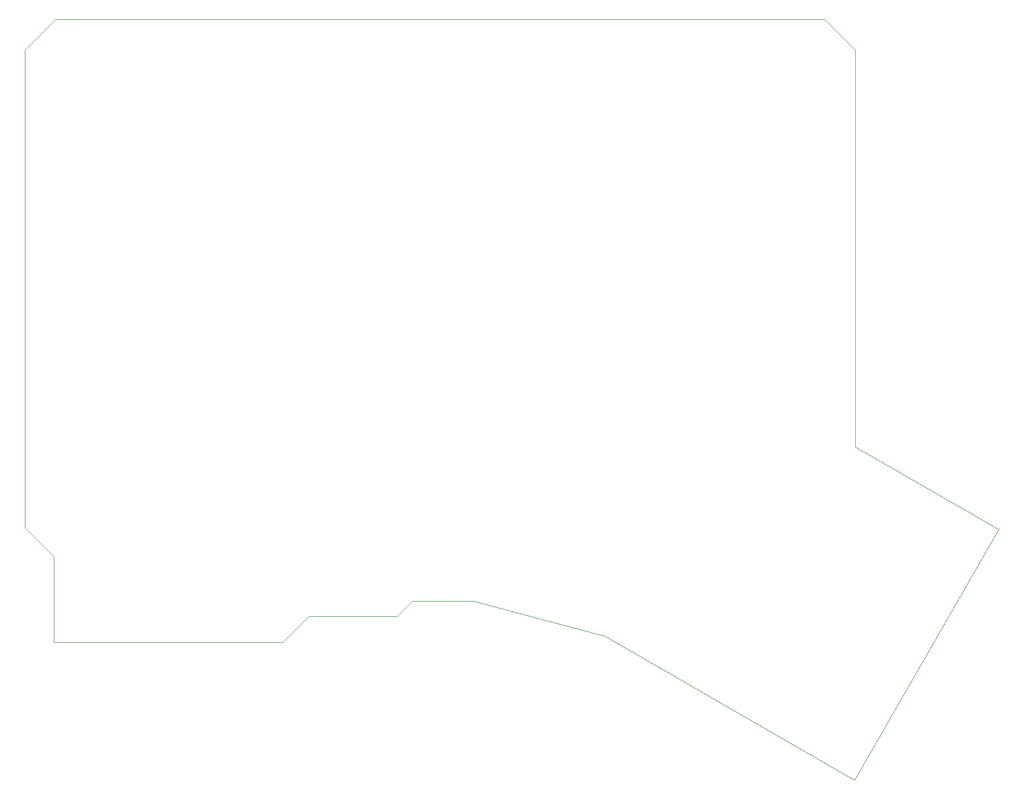
<source format=gm1>
G04 #@! TF.GenerationSoftware,KiCad,Pcbnew,5.0.0-fee4fd1~66~ubuntu18.04.1*
G04 #@! TF.CreationDate,2018-08-26T10:56:49+02:00*
G04 #@! TF.ProjectId,redox_rev1,7265646F785F726576312E6B69636164,1.0*
G04 #@! TF.SameCoordinates,Original*
G04 #@! TF.FileFunction,Profile,NP*
%FSLAX46Y46*%
G04 Gerber Fmt 4.6, Leading zero omitted, Abs format (unit mm)*
G04 Created by KiCad (PCBNEW 5.0.0-fee4fd1~66~ubuntu18.04.1) date Sun Aug 26 10:56:49 2018*
%MOMM*%
%LPD*%
G01*
G04 APERTURE LIST*
%ADD10C,0.100000*%
G04 APERTURE END LIST*
D10*
X212725000Y-48768000D02*
X84582000Y-48768000D01*
X217805000Y-53848000D02*
X217805000Y-64008000D01*
X79502000Y-53848000D02*
X79502000Y-57150000D01*
X79502000Y-53848000D02*
X84582000Y-48768000D01*
X217805000Y-53848000D02*
X212725000Y-48768000D01*
X154178000Y-145542000D02*
X144018000Y-145542000D01*
X217805000Y-119888000D02*
X241681000Y-133604000D01*
X217805000Y-64008000D02*
X217805000Y-119888000D01*
X217678000Y-175260000D02*
X241681000Y-133604000D01*
X217551000Y-175260000D02*
X217678000Y-175260000D01*
X176149000Y-151384000D02*
X154178000Y-145542000D01*
X217551000Y-175260000D02*
X176149000Y-151384000D01*
X141478000Y-148082000D02*
X144018000Y-145542000D01*
X126746000Y-148082000D02*
X141478000Y-148082000D01*
X122428000Y-152400000D02*
X126746000Y-148082000D01*
X84328000Y-152400000D02*
X122428000Y-152400000D01*
X84328000Y-138176000D02*
X84328000Y-152400000D01*
X79502000Y-133350000D02*
X84328000Y-138176000D01*
X79502000Y-57150000D02*
X79502000Y-133350000D01*
M02*

</source>
